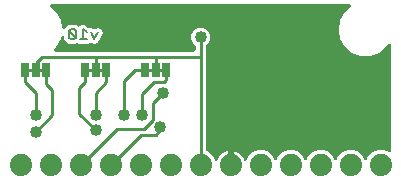
<source format=gbr>
G04 EAGLE Gerber RS-274X export*
G75*
%MOMM*%
%FSLAX34Y34*%
%LPD*%
%INBottom Copper*%
%IPPOS*%
%AMOC8*
5,1,8,0,0,1.08239X$1,22.5*%
G01*
%ADD10C,0.152400*%
%ADD11R,0.635000X1.270000*%
%ADD12C,1.879600*%
%ADD13C,1.016000*%
%ADD14C,0.254000*%

G36*
X191888Y12716D02*
X191888Y12716D01*
X192007Y12723D01*
X192045Y12736D01*
X192085Y12741D01*
X192196Y12785D01*
X192309Y12821D01*
X192344Y12843D01*
X192381Y12858D01*
X192477Y12928D01*
X192578Y12991D01*
X192606Y13021D01*
X192639Y13045D01*
X192714Y13136D01*
X192796Y13223D01*
X192816Y13258D01*
X192841Y13290D01*
X192892Y13397D01*
X192950Y13502D01*
X192960Y13541D01*
X192977Y13577D01*
X192999Y13694D01*
X193029Y13809D01*
X193033Y13870D01*
X193037Y13890D01*
X193035Y13910D01*
X193039Y13970D01*
X193039Y24385D01*
X193296Y24345D01*
X195083Y23764D01*
X196757Y22911D01*
X198278Y21806D01*
X199606Y20478D01*
X200711Y18957D01*
X201564Y17283D01*
X201715Y16818D01*
X201728Y16791D01*
X201735Y16762D01*
X201795Y16648D01*
X201850Y16530D01*
X201869Y16507D01*
X201883Y16481D01*
X201970Y16385D01*
X202053Y16285D01*
X202077Y16268D01*
X202097Y16246D01*
X202206Y16174D01*
X202310Y16098D01*
X202338Y16087D01*
X202363Y16071D01*
X202486Y16029D01*
X202606Y15981D01*
X202636Y15977D01*
X202664Y15968D01*
X202793Y15957D01*
X202921Y15941D01*
X202951Y15945D01*
X202981Y15942D01*
X203109Y15965D01*
X203237Y15981D01*
X203265Y15992D01*
X203294Y15997D01*
X203412Y16050D01*
X203533Y16098D01*
X203557Y16115D01*
X203584Y16127D01*
X203685Y16208D01*
X203790Y16284D01*
X203809Y16307D01*
X203833Y16326D01*
X203911Y16430D01*
X203993Y16529D01*
X204006Y16556D01*
X204024Y16580D01*
X204095Y16725D01*
X205348Y19750D01*
X208850Y23252D01*
X213424Y25147D01*
X218376Y25147D01*
X222950Y23252D01*
X226452Y19750D01*
X227427Y17395D01*
X227496Y17275D01*
X227561Y17152D01*
X227575Y17137D01*
X227585Y17119D01*
X227682Y17019D01*
X227775Y16916D01*
X227792Y16905D01*
X227806Y16891D01*
X227925Y16818D01*
X228041Y16742D01*
X228060Y16735D01*
X228077Y16724D01*
X228210Y16683D01*
X228342Y16638D01*
X228362Y16637D01*
X228381Y16631D01*
X228520Y16624D01*
X228659Y16613D01*
X228679Y16617D01*
X228699Y16616D01*
X228835Y16644D01*
X228972Y16668D01*
X228991Y16676D01*
X229010Y16680D01*
X229136Y16741D01*
X229262Y16798D01*
X229278Y16811D01*
X229296Y16820D01*
X229402Y16910D01*
X229510Y16997D01*
X229523Y17013D01*
X229538Y17026D01*
X229618Y17140D01*
X229702Y17251D01*
X229714Y17276D01*
X229721Y17286D01*
X229728Y17305D01*
X229773Y17395D01*
X230748Y19751D01*
X234250Y23252D01*
X238824Y25147D01*
X243776Y25147D01*
X248350Y23252D01*
X251852Y19750D01*
X252827Y17395D01*
X252896Y17275D01*
X252961Y17152D01*
X252975Y17137D01*
X252985Y17119D01*
X253082Y17019D01*
X253175Y16916D01*
X253192Y16905D01*
X253206Y16891D01*
X253325Y16818D01*
X253441Y16742D01*
X253460Y16735D01*
X253477Y16724D01*
X253610Y16683D01*
X253742Y16638D01*
X253762Y16637D01*
X253781Y16631D01*
X253920Y16624D01*
X254059Y16613D01*
X254079Y16617D01*
X254099Y16616D01*
X254235Y16644D01*
X254372Y16668D01*
X254391Y16676D01*
X254410Y16680D01*
X254536Y16741D01*
X254662Y16798D01*
X254678Y16811D01*
X254696Y16820D01*
X254802Y16910D01*
X254910Y16997D01*
X254923Y17013D01*
X254938Y17026D01*
X255018Y17140D01*
X255102Y17251D01*
X255114Y17276D01*
X255121Y17286D01*
X255128Y17305D01*
X255173Y17395D01*
X256148Y19751D01*
X259650Y23252D01*
X264224Y25147D01*
X269176Y25147D01*
X273750Y23252D01*
X277252Y19750D01*
X278227Y17395D01*
X278296Y17275D01*
X278361Y17152D01*
X278375Y17137D01*
X278385Y17119D01*
X278482Y17019D01*
X278575Y16916D01*
X278592Y16905D01*
X278606Y16891D01*
X278724Y16818D01*
X278841Y16742D01*
X278860Y16735D01*
X278877Y16724D01*
X279010Y16684D01*
X279142Y16638D01*
X279162Y16637D01*
X279181Y16631D01*
X279320Y16624D01*
X279459Y16613D01*
X279479Y16617D01*
X279499Y16616D01*
X279635Y16644D01*
X279772Y16668D01*
X279791Y16676D01*
X279810Y16680D01*
X279935Y16741D01*
X280062Y16798D01*
X280078Y16811D01*
X280096Y16820D01*
X280202Y16910D01*
X280310Y16997D01*
X280323Y17013D01*
X280338Y17026D01*
X280418Y17140D01*
X280502Y17251D01*
X280514Y17276D01*
X280521Y17286D01*
X280528Y17305D01*
X280573Y17395D01*
X281548Y19750D01*
X285050Y23252D01*
X289624Y25147D01*
X294576Y25147D01*
X299150Y23252D01*
X302652Y19750D01*
X303627Y17395D01*
X303696Y17275D01*
X303761Y17152D01*
X303775Y17137D01*
X303785Y17119D01*
X303882Y17019D01*
X303975Y16916D01*
X303992Y16905D01*
X304006Y16891D01*
X304125Y16818D01*
X304241Y16742D01*
X304260Y16735D01*
X304277Y16724D01*
X304410Y16684D01*
X304542Y16638D01*
X304562Y16637D01*
X304581Y16631D01*
X304720Y16624D01*
X304859Y16613D01*
X304879Y16617D01*
X304899Y16616D01*
X305035Y16644D01*
X305172Y16668D01*
X305191Y16676D01*
X305210Y16680D01*
X305336Y16741D01*
X305462Y16798D01*
X305478Y16811D01*
X305496Y16820D01*
X305602Y16910D01*
X305710Y16997D01*
X305723Y17013D01*
X305738Y17026D01*
X305818Y17140D01*
X305902Y17251D01*
X305914Y17276D01*
X305921Y17286D01*
X305928Y17305D01*
X305973Y17395D01*
X306948Y19750D01*
X310450Y23252D01*
X315024Y25147D01*
X319976Y25147D01*
X324380Y23322D01*
X324428Y23309D01*
X324473Y23288D01*
X324581Y23267D01*
X324687Y23238D01*
X324737Y23238D01*
X324786Y23228D01*
X324895Y23235D01*
X325005Y23233D01*
X325053Y23245D01*
X325103Y23248D01*
X325207Y23282D01*
X325314Y23307D01*
X325358Y23331D01*
X325405Y23346D01*
X325498Y23405D01*
X325595Y23456D01*
X325632Y23490D01*
X325674Y23516D01*
X325749Y23596D01*
X325831Y23670D01*
X325858Y23712D01*
X325892Y23748D01*
X325945Y23844D01*
X326005Y23936D01*
X326022Y23983D01*
X326046Y24026D01*
X326073Y24133D01*
X326109Y24237D01*
X326113Y24286D01*
X326125Y24334D01*
X326135Y24495D01*
X326135Y114003D01*
X326117Y114148D01*
X326102Y114293D01*
X326097Y114306D01*
X326095Y114319D01*
X326042Y114454D01*
X325991Y114591D01*
X325983Y114602D01*
X325978Y114615D01*
X325893Y114732D01*
X325810Y114852D01*
X325799Y114861D01*
X325792Y114872D01*
X325680Y114965D01*
X325569Y115060D01*
X325557Y115066D01*
X325547Y115075D01*
X325415Y115137D01*
X325284Y115202D01*
X325271Y115205D01*
X325259Y115210D01*
X325117Y115238D01*
X324973Y115268D01*
X324960Y115268D01*
X324947Y115270D01*
X324802Y115261D01*
X324656Y115255D01*
X324642Y115251D01*
X324629Y115250D01*
X324491Y115206D01*
X324351Y115163D01*
X324339Y115156D01*
X324327Y115152D01*
X324204Y115075D01*
X324079Y114999D01*
X324069Y114989D01*
X324058Y114982D01*
X323958Y114876D01*
X323856Y114772D01*
X323846Y114757D01*
X323840Y114751D01*
X323832Y114736D01*
X323767Y114638D01*
X322385Y112245D01*
X316278Y107120D01*
X308786Y104393D01*
X300814Y104393D01*
X293322Y107120D01*
X287215Y112244D01*
X283229Y119149D01*
X281845Y127000D01*
X283229Y134851D01*
X287215Y141755D01*
X292385Y146094D01*
X292409Y146120D01*
X292438Y146140D01*
X292517Y146236D01*
X292601Y146327D01*
X292618Y146358D01*
X292641Y146385D01*
X292694Y146498D01*
X292753Y146607D01*
X292761Y146641D01*
X292776Y146673D01*
X292799Y146795D01*
X292830Y146915D01*
X292829Y146951D01*
X292836Y146986D01*
X292828Y147109D01*
X292827Y147233D01*
X292818Y147268D01*
X292816Y147303D01*
X292778Y147421D01*
X292746Y147541D01*
X292729Y147572D01*
X292718Y147605D01*
X292652Y147710D01*
X292591Y147819D01*
X292567Y147844D01*
X292548Y147874D01*
X292458Y147959D01*
X292372Y148049D01*
X292342Y148068D01*
X292316Y148092D01*
X292208Y148152D01*
X292103Y148218D01*
X292069Y148229D01*
X292038Y148246D01*
X291918Y148277D01*
X291800Y148314D01*
X291764Y148316D01*
X291730Y148325D01*
X291569Y148335D01*
X38631Y148335D01*
X38595Y148331D01*
X38560Y148333D01*
X38438Y148311D01*
X38315Y148295D01*
X38282Y148282D01*
X38247Y148276D01*
X38135Y148224D01*
X38019Y148178D01*
X37991Y148158D01*
X37959Y148143D01*
X37862Y148064D01*
X37762Y147992D01*
X37739Y147964D01*
X37712Y147942D01*
X37639Y147842D01*
X37559Y147747D01*
X37544Y147715D01*
X37523Y147686D01*
X37477Y147571D01*
X37424Y147459D01*
X37417Y147424D01*
X37404Y147391D01*
X37387Y147268D01*
X37364Y147147D01*
X37366Y147111D01*
X37361Y147076D01*
X37376Y146953D01*
X37384Y146829D01*
X37395Y146795D01*
X37399Y146760D01*
X37444Y146644D01*
X37482Y146527D01*
X37501Y146497D01*
X37513Y146464D01*
X37586Y146363D01*
X37652Y146258D01*
X37678Y146234D01*
X37698Y146205D01*
X37815Y146094D01*
X42985Y141756D01*
X46971Y134851D01*
X48035Y128818D01*
X48043Y128791D01*
X48046Y128762D01*
X48090Y128639D01*
X48129Y128514D01*
X48144Y128490D01*
X48154Y128463D01*
X48227Y128355D01*
X48296Y128243D01*
X48316Y128223D01*
X48332Y128200D01*
X48430Y128113D01*
X48524Y128022D01*
X48549Y128008D01*
X48571Y127989D01*
X48687Y127930D01*
X48801Y127865D01*
X48828Y127858D01*
X48854Y127845D01*
X48981Y127816D01*
X49108Y127782D01*
X49136Y127781D01*
X49164Y127775D01*
X49295Y127779D01*
X49426Y127777D01*
X49453Y127784D01*
X49482Y127785D01*
X49608Y127821D01*
X49735Y127852D01*
X49760Y127865D01*
X49788Y127873D01*
X49900Y127939D01*
X50016Y128001D01*
X50037Y128020D01*
X50062Y128035D01*
X50182Y128141D01*
X52298Y130257D01*
X52299Y130257D01*
X53367Y131326D01*
X59406Y131326D01*
X60887Y129845D01*
X60981Y129772D01*
X61070Y129693D01*
X61106Y129675D01*
X61138Y129650D01*
X61248Y129602D01*
X61353Y129548D01*
X61393Y129540D01*
X61430Y129523D01*
X61548Y129505D01*
X61664Y129479D01*
X61704Y129480D01*
X61744Y129474D01*
X61863Y129485D01*
X61982Y129488D01*
X62020Y129500D01*
X62061Y129503D01*
X62173Y129544D01*
X62287Y129577D01*
X62322Y129597D01*
X62360Y129611D01*
X62459Y129678D01*
X62561Y129738D01*
X62606Y129778D01*
X62623Y129790D01*
X62637Y129805D01*
X62682Y129845D01*
X64163Y131326D01*
X67320Y131326D01*
X69924Y128722D01*
X69983Y128676D01*
X70037Y128621D01*
X70105Y128580D01*
X70168Y128531D01*
X70174Y128528D01*
X70175Y128527D01*
X70211Y128512D01*
X70241Y128498D01*
X70310Y128457D01*
X70386Y128434D01*
X70459Y128402D01*
X70538Y128389D01*
X70614Y128366D01*
X70694Y128363D01*
X70773Y128349D01*
X70852Y128356D01*
X70932Y128353D01*
X71010Y128370D01*
X71089Y128377D01*
X71165Y128403D01*
X71243Y128420D01*
X71388Y128481D01*
X71390Y128482D01*
X71391Y128482D01*
X71923Y128749D01*
X74696Y127825D01*
X74704Y127823D01*
X74713Y127819D01*
X74859Y127792D01*
X75007Y127763D01*
X75017Y127763D01*
X75025Y127761D01*
X75175Y127772D01*
X75325Y127780D01*
X75334Y127783D01*
X75343Y127783D01*
X75498Y127825D01*
X78270Y128749D01*
X81094Y127337D01*
X82092Y124342D01*
X78667Y117491D01*
X78664Y117482D01*
X78658Y117474D01*
X78598Y117325D01*
X78206Y116148D01*
X78176Y116128D01*
X78051Y116044D01*
X78045Y116037D01*
X78038Y116032D01*
X77940Y115920D01*
X77839Y115807D01*
X77835Y115799D01*
X77829Y115792D01*
X77810Y115759D01*
X76644Y115371D01*
X76636Y115367D01*
X76626Y115365D01*
X76478Y115302D01*
X75369Y114748D01*
X75334Y114754D01*
X75186Y114783D01*
X75177Y114783D01*
X75168Y114784D01*
X75020Y114774D01*
X74869Y114766D01*
X74860Y114763D01*
X74851Y114762D01*
X74814Y114753D01*
X73716Y115302D01*
X73707Y115305D01*
X73699Y115311D01*
X73549Y115371D01*
X72015Y115883D01*
X71874Y115911D01*
X71734Y115942D01*
X71718Y115941D01*
X71703Y115945D01*
X71560Y115937D01*
X71416Y115932D01*
X71401Y115928D01*
X71385Y115927D01*
X71249Y115884D01*
X71111Y115844D01*
X71097Y115836D01*
X71082Y115831D01*
X70960Y115755D01*
X70837Y115682D01*
X70821Y115668D01*
X70812Y115663D01*
X70799Y115649D01*
X70716Y115576D01*
X70201Y115061D01*
X61282Y115061D01*
X61241Y115102D01*
X61147Y115175D01*
X61058Y115254D01*
X61022Y115272D01*
X60990Y115297D01*
X60881Y115344D01*
X60775Y115398D01*
X60735Y115407D01*
X60698Y115423D01*
X60581Y115442D01*
X60464Y115468D01*
X60424Y115467D01*
X60384Y115473D01*
X60266Y115462D01*
X60147Y115458D01*
X60108Y115447D01*
X60068Y115443D01*
X59955Y115403D01*
X59841Y115370D01*
X59806Y115350D01*
X59768Y115336D01*
X59670Y115269D01*
X59567Y115208D01*
X59522Y115169D01*
X59505Y115157D01*
X59492Y115142D01*
X59446Y115102D01*
X59406Y115061D01*
X53367Y115061D01*
X49695Y118734D01*
X49695Y120087D01*
X49689Y120136D01*
X49691Y120185D01*
X49669Y120293D01*
X49655Y120403D01*
X49637Y120448D01*
X49627Y120496D01*
X49578Y120596D01*
X49538Y120699D01*
X49509Y120738D01*
X49488Y120782D01*
X49416Y120866D01*
X49351Y120956D01*
X49313Y120987D01*
X49282Y121024D01*
X49191Y121088D01*
X49106Y121159D01*
X49062Y121180D01*
X49022Y121208D01*
X48918Y121247D01*
X48818Y121294D01*
X48770Y121303D01*
X48725Y121321D01*
X48615Y121333D01*
X48506Y121354D01*
X48457Y121351D01*
X48409Y121356D01*
X48299Y121341D01*
X48188Y121334D01*
X48142Y121319D01*
X48094Y121312D01*
X47991Y121270D01*
X47886Y121236D01*
X47845Y121210D01*
X47799Y121191D01*
X47711Y121125D01*
X47617Y121066D01*
X47584Y121030D01*
X47545Y121001D01*
X47475Y120915D01*
X47399Y120834D01*
X47376Y120792D01*
X47345Y120754D01*
X47299Y120653D01*
X47246Y120556D01*
X47234Y120509D01*
X47213Y120464D01*
X47175Y120308D01*
X46971Y119149D01*
X42985Y112245D01*
X41145Y110700D01*
X41121Y110674D01*
X41092Y110654D01*
X41013Y110558D01*
X40929Y110467D01*
X40912Y110436D01*
X40889Y110409D01*
X40836Y110296D01*
X40777Y110187D01*
X40769Y110153D01*
X40754Y110121D01*
X40730Y109999D01*
X40700Y109879D01*
X40700Y109843D01*
X40694Y109808D01*
X40701Y109685D01*
X40702Y109561D01*
X40711Y109526D01*
X40714Y109491D01*
X40752Y109373D01*
X40783Y109253D01*
X40801Y109222D01*
X40812Y109189D01*
X40878Y109084D01*
X40938Y108975D01*
X40963Y108950D01*
X40982Y108920D01*
X41072Y108835D01*
X41158Y108745D01*
X41188Y108726D01*
X41213Y108702D01*
X41322Y108642D01*
X41427Y108576D01*
X41461Y108565D01*
X41492Y108548D01*
X41612Y108517D01*
X41730Y108480D01*
X41766Y108478D01*
X41800Y108469D01*
X41960Y108459D01*
X159512Y108459D01*
X159630Y108474D01*
X159749Y108481D01*
X159787Y108494D01*
X159828Y108499D01*
X159938Y108542D01*
X160051Y108579D01*
X160086Y108601D01*
X160123Y108616D01*
X160219Y108685D01*
X160320Y108749D01*
X160348Y108779D01*
X160381Y108802D01*
X160457Y108894D01*
X160538Y108981D01*
X160558Y109016D01*
X160583Y109047D01*
X160634Y109155D01*
X160692Y109259D01*
X160702Y109299D01*
X160719Y109335D01*
X160741Y109452D01*
X160771Y109567D01*
X160775Y109627D01*
X160779Y109647D01*
X160777Y109668D01*
X160781Y109728D01*
X160781Y112947D01*
X160769Y113045D01*
X160766Y113144D01*
X160749Y113203D01*
X160741Y113263D01*
X160705Y113355D01*
X160677Y113450D01*
X160647Y113502D01*
X160624Y113558D01*
X160566Y113638D01*
X160516Y113724D01*
X160450Y113799D01*
X160438Y113816D01*
X160428Y113824D01*
X160410Y113845D01*
X158209Y116045D01*
X156971Y119033D01*
X156971Y122267D01*
X158209Y125255D01*
X160495Y127541D01*
X163483Y128779D01*
X166717Y128779D01*
X169705Y127541D01*
X171991Y125255D01*
X173229Y122267D01*
X173229Y119033D01*
X171991Y116045D01*
X169790Y113845D01*
X169730Y113766D01*
X169662Y113694D01*
X169633Y113641D01*
X169596Y113593D01*
X169556Y113502D01*
X169508Y113416D01*
X169493Y113357D01*
X169469Y113302D01*
X169454Y113204D01*
X169429Y113108D01*
X169423Y113008D01*
X169419Y112987D01*
X169421Y112975D01*
X169419Y112947D01*
X169419Y25231D01*
X169422Y25202D01*
X169420Y25173D01*
X169442Y25045D01*
X169459Y24916D01*
X169469Y24889D01*
X169474Y24859D01*
X169528Y24741D01*
X169576Y24620D01*
X169593Y24596D01*
X169605Y24569D01*
X169686Y24468D01*
X169762Y24363D01*
X169785Y24344D01*
X169804Y24321D01*
X169907Y24243D01*
X170007Y24160D01*
X170034Y24147D01*
X170058Y24130D01*
X170202Y24059D01*
X172150Y23252D01*
X175652Y19750D01*
X176905Y16725D01*
X176920Y16699D01*
X176929Y16670D01*
X176999Y16561D01*
X177063Y16448D01*
X177084Y16427D01*
X177100Y16402D01*
X177194Y16313D01*
X177284Y16220D01*
X177310Y16204D01*
X177331Y16184D01*
X177445Y16121D01*
X177555Y16054D01*
X177584Y16045D01*
X177610Y16031D01*
X177735Y15998D01*
X177859Y15960D01*
X177889Y15959D01*
X177918Y15951D01*
X178048Y15951D01*
X178177Y15945D01*
X178206Y15951D01*
X178236Y15951D01*
X178361Y15983D01*
X178488Y16009D01*
X178515Y16022D01*
X178544Y16030D01*
X178657Y16092D01*
X178774Y16149D01*
X178797Y16168D01*
X178823Y16183D01*
X178917Y16271D01*
X179016Y16355D01*
X179033Y16380D01*
X179055Y16400D01*
X179124Y16509D01*
X179199Y16615D01*
X179210Y16643D01*
X179226Y16669D01*
X179285Y16818D01*
X179436Y17283D01*
X180289Y18957D01*
X181394Y20478D01*
X182722Y21806D01*
X184243Y22911D01*
X185917Y23764D01*
X187704Y24345D01*
X187961Y24385D01*
X187961Y13970D01*
X187976Y13852D01*
X187983Y13733D01*
X187996Y13695D01*
X188001Y13655D01*
X188044Y13544D01*
X188081Y13431D01*
X188103Y13397D01*
X188118Y13359D01*
X188188Y13263D01*
X188251Y13162D01*
X188281Y13134D01*
X188304Y13102D01*
X188396Y13026D01*
X188483Y12944D01*
X188518Y12925D01*
X188549Y12899D01*
X188657Y12848D01*
X188761Y12791D01*
X188801Y12780D01*
X188837Y12763D01*
X188954Y12741D01*
X189069Y12711D01*
X189130Y12707D01*
X189150Y12703D01*
X189170Y12705D01*
X189230Y12701D01*
X191770Y12701D01*
X191888Y12716D01*
G37*
D10*
X77978Y124634D02*
X75097Y118872D01*
X72216Y124634D01*
X68623Y124634D02*
X65742Y127515D01*
X65742Y118872D01*
X68623Y118872D02*
X62861Y118872D01*
X59268Y120313D02*
X59268Y126075D01*
X57827Y127515D01*
X54946Y127515D01*
X53505Y126075D01*
X53505Y120313D01*
X54946Y118872D01*
X57827Y118872D01*
X59268Y120313D01*
X53505Y126075D01*
D11*
X118110Y92710D03*
X127000Y92710D03*
X135890Y92710D03*
D12*
X317500Y12700D03*
X292100Y12700D03*
X266700Y12700D03*
X241300Y12700D03*
X215900Y12700D03*
X190500Y12700D03*
X165100Y12700D03*
X139700Y12700D03*
X114300Y12700D03*
X88900Y12700D03*
X63500Y12700D03*
X38100Y12700D03*
X12700Y12700D03*
D11*
X16510Y92710D03*
X25400Y92710D03*
X34290Y92710D03*
X67310Y92710D03*
X76200Y92710D03*
X85090Y92710D03*
D13*
X234950Y120650D03*
X116840Y120650D03*
X165100Y120650D03*
D14*
X165100Y104140D01*
X76200Y104140D02*
X30480Y104140D01*
X76200Y104140D02*
X127000Y104140D01*
X165100Y104140D01*
X165100Y12700D01*
X127000Y92710D02*
X127000Y104140D01*
X25400Y99060D02*
X25400Y92710D01*
X25400Y99060D02*
X30480Y104140D01*
X76200Y104140D02*
X76200Y92710D01*
D13*
X115570Y54610D03*
D14*
X115570Y72390D01*
X135890Y84455D02*
X135890Y92710D01*
X135890Y84455D02*
X133985Y82550D01*
X125730Y82550D01*
X115570Y72390D01*
D13*
X100330Y54610D03*
D14*
X100330Y83185D01*
X109855Y92710D02*
X118110Y92710D01*
X109855Y92710D02*
X100330Y83185D01*
D13*
X133009Y73700D03*
D14*
X124460Y50800D02*
X116840Y43180D01*
X93980Y43180D01*
X63500Y12700D01*
X124460Y50800D02*
X124460Y65151D01*
X133009Y73700D01*
D13*
X130810Y44450D03*
D14*
X130810Y41910D01*
X127000Y38100D01*
X114300Y38100D01*
X88900Y12700D01*
D13*
X25400Y54610D03*
D14*
X16510Y82550D02*
X16510Y92710D01*
X16510Y82550D02*
X25400Y73660D01*
X25400Y54610D01*
D13*
X25400Y40640D03*
D14*
X34290Y81280D02*
X34290Y92710D01*
X34290Y81280D02*
X39370Y76200D01*
X39370Y54610D01*
X25400Y40640D01*
D13*
X76200Y54610D03*
D14*
X85090Y82550D02*
X85090Y92710D01*
X85090Y82550D02*
X76200Y73660D01*
X76200Y54610D01*
D13*
X76200Y41910D03*
D14*
X67310Y82550D02*
X67310Y92710D01*
X67310Y82550D02*
X62230Y77470D01*
X62230Y55880D01*
X76200Y41910D01*
X24130Y92710D02*
X17780Y92710D01*
X26670Y92710D02*
X33020Y92710D01*
X68580Y92710D02*
X74930Y92710D01*
X77470Y92710D02*
X83820Y92710D01*
X119380Y92710D02*
X125730Y92710D01*
X128270Y92710D02*
X134620Y92710D01*
M02*

</source>
